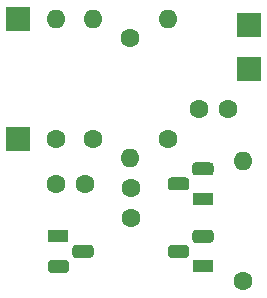
<source format=gbr>
G04 #@! TF.GenerationSoftware,KiCad,Pcbnew,(5.1.10)-1*
G04 #@! TF.CreationDate,2021-10-02T08:22:26-04:00*
G04 #@! TF.ProjectId,NoiseGen,4e6f6973-6547-4656-9e2e-6b696361645f,2*
G04 #@! TF.SameCoordinates,Original*
G04 #@! TF.FileFunction,Soldermask,Bot*
G04 #@! TF.FilePolarity,Negative*
%FSLAX46Y46*%
G04 Gerber Fmt 4.6, Leading zero omitted, Abs format (unit mm)*
G04 Created by KiCad (PCBNEW (5.1.10)-1) date 2021-10-02 08:22:26*
%MOMM*%
%LPD*%
G01*
G04 APERTURE LIST*
%ADD10R,2.000000X2.000000*%
%ADD11C,1.600000*%
%ADD12R,1.800000X1.100000*%
%ADD13O,1.600000X1.600000*%
G04 APERTURE END LIST*
D10*
X46248000Y-35978800D03*
D11*
X29865000Y-45732400D03*
X32365000Y-45732400D03*
X36240400Y-48613400D03*
X36240400Y-46113400D03*
X44470000Y-39382400D03*
X41970000Y-39382400D03*
D12*
X42330000Y-52717400D03*
G36*
G01*
X42955000Y-50727400D02*
X41705000Y-50727400D01*
G75*
G02*
X41430000Y-50452400I0J275000D01*
G01*
X41430000Y-49902400D01*
G75*
G02*
X41705000Y-49627400I275000J0D01*
G01*
X42955000Y-49627400D01*
G75*
G02*
X43230000Y-49902400I0J-275000D01*
G01*
X43230000Y-50452400D01*
G75*
G02*
X42955000Y-50727400I-275000J0D01*
G01*
G37*
G36*
G01*
X40885000Y-51997400D02*
X39635000Y-51997400D01*
G75*
G02*
X39360000Y-51722400I0J275000D01*
G01*
X39360000Y-51172400D01*
G75*
G02*
X39635000Y-50897400I275000J0D01*
G01*
X40885000Y-50897400D01*
G75*
G02*
X41160000Y-51172400I0J-275000D01*
G01*
X41160000Y-51722400D01*
G75*
G02*
X40885000Y-51997400I-275000J0D01*
G01*
G37*
G36*
G01*
X40885000Y-46282400D02*
X39635000Y-46282400D01*
G75*
G02*
X39360000Y-46007400I0J275000D01*
G01*
X39360000Y-45457400D01*
G75*
G02*
X39635000Y-45182400I275000J0D01*
G01*
X40885000Y-45182400D01*
G75*
G02*
X41160000Y-45457400I0J-275000D01*
G01*
X41160000Y-46007400D01*
G75*
G02*
X40885000Y-46282400I-275000J0D01*
G01*
G37*
G36*
G01*
X42955000Y-45012400D02*
X41705000Y-45012400D01*
G75*
G02*
X41430000Y-44737400I0J275000D01*
G01*
X41430000Y-44187400D01*
G75*
G02*
X41705000Y-43912400I275000J0D01*
G01*
X42955000Y-43912400D01*
G75*
G02*
X43230000Y-44187400I0J-275000D01*
G01*
X43230000Y-44737400D01*
G75*
G02*
X42955000Y-45012400I-275000J0D01*
G01*
G37*
X42330000Y-47002400D03*
G36*
G01*
X31545000Y-50897400D02*
X32795000Y-50897400D01*
G75*
G02*
X33070000Y-51172400I0J-275000D01*
G01*
X33070000Y-51722400D01*
G75*
G02*
X32795000Y-51997400I-275000J0D01*
G01*
X31545000Y-51997400D01*
G75*
G02*
X31270000Y-51722400I0J275000D01*
G01*
X31270000Y-51172400D01*
G75*
G02*
X31545000Y-50897400I275000J0D01*
G01*
G37*
G36*
G01*
X29475000Y-52167400D02*
X30725000Y-52167400D01*
G75*
G02*
X31000000Y-52442400I0J-275000D01*
G01*
X31000000Y-52992400D01*
G75*
G02*
X30725000Y-53267400I-275000J0D01*
G01*
X29475000Y-53267400D01*
G75*
G02*
X29200000Y-52992400I0J275000D01*
G01*
X29200000Y-52442400D01*
G75*
G02*
X29475000Y-52167400I275000J0D01*
G01*
G37*
X30100000Y-50177400D03*
D13*
X29865000Y-31762400D03*
D11*
X29865000Y-41922400D03*
X33040000Y-41922400D03*
D13*
X33040000Y-31762400D03*
X36164200Y-43522600D03*
D11*
X36164200Y-33362600D03*
X39390000Y-41922400D03*
D13*
X39390000Y-31762400D03*
D11*
X45740000Y-53987400D03*
D13*
X45740000Y-43827400D03*
D10*
X26690000Y-31762400D03*
X26690000Y-41922400D03*
X46197200Y-32245000D03*
M02*

</source>
